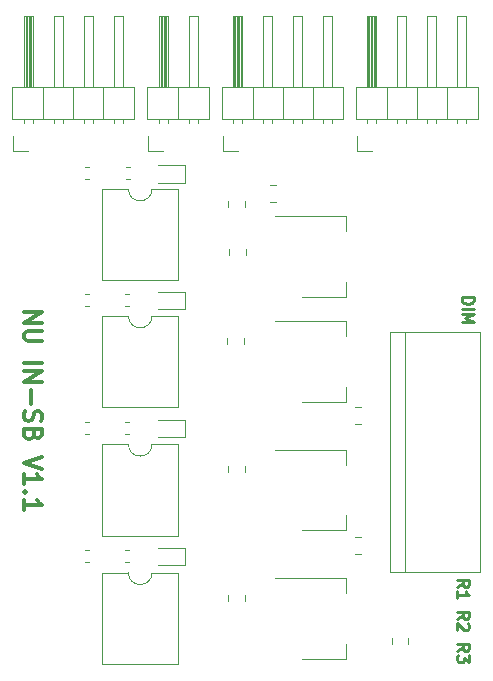
<source format=gto>
G04 #@! TF.GenerationSoftware,KiCad,Pcbnew,5.0.2-bee76a0~70~ubuntu18.04.1*
G04 #@! TF.CreationDate,2020-07-21T15:58:49+05:30*
G04 #@! TF.ProjectId,switch_board_v1.1,73776974-6368-45f6-926f-6172645f7631,rev?*
G04 #@! TF.SameCoordinates,Original*
G04 #@! TF.FileFunction,Legend,Top*
G04 #@! TF.FilePolarity,Positive*
%FSLAX46Y46*%
G04 Gerber Fmt 4.6, Leading zero omitted, Abs format (unit mm)*
G04 Created by KiCad (PCBNEW 5.0.2-bee76a0~70~ubuntu18.04.1) date Tue Jul 21 15:58:49 2020*
%MOMM*%
%LPD*%
G01*
G04 APERTURE LIST*
%ADD10C,0.300000*%
%ADD11C,0.250000*%
%ADD12C,0.120000*%
G04 APERTURE END LIST*
D10*
X91896428Y-81628571D02*
X93396428Y-81628571D01*
X91896428Y-82485714D01*
X93396428Y-82485714D01*
X93396428Y-83200000D02*
X92182142Y-83200000D01*
X92039285Y-83271428D01*
X91967857Y-83342857D01*
X91896428Y-83485714D01*
X91896428Y-83771428D01*
X91967857Y-83914285D01*
X92039285Y-83985714D01*
X92182142Y-84057142D01*
X93396428Y-84057142D01*
X91896428Y-85914285D02*
X93396428Y-85914285D01*
X91896428Y-86628571D02*
X93396428Y-86628571D01*
X91896428Y-87485714D01*
X93396428Y-87485714D01*
X92467857Y-88200000D02*
X92467857Y-89342857D01*
X91967857Y-89985714D02*
X91896428Y-90200000D01*
X91896428Y-90557142D01*
X91967857Y-90700000D01*
X92039285Y-90771428D01*
X92182142Y-90842857D01*
X92325000Y-90842857D01*
X92467857Y-90771428D01*
X92539285Y-90700000D01*
X92610714Y-90557142D01*
X92682142Y-90271428D01*
X92753571Y-90128571D01*
X92825000Y-90057142D01*
X92967857Y-89985714D01*
X93110714Y-89985714D01*
X93253571Y-90057142D01*
X93325000Y-90128571D01*
X93396428Y-90271428D01*
X93396428Y-90628571D01*
X93325000Y-90842857D01*
X92682142Y-91985714D02*
X92610714Y-92200000D01*
X92539285Y-92271428D01*
X92396428Y-92342857D01*
X92182142Y-92342857D01*
X92039285Y-92271428D01*
X91967857Y-92200000D01*
X91896428Y-92057142D01*
X91896428Y-91485714D01*
X93396428Y-91485714D01*
X93396428Y-91985714D01*
X93325000Y-92128571D01*
X93253571Y-92200000D01*
X93110714Y-92271428D01*
X92967857Y-92271428D01*
X92825000Y-92200000D01*
X92753571Y-92128571D01*
X92682142Y-91985714D01*
X92682142Y-91485714D01*
X93396428Y-93914285D02*
X91896428Y-94414285D01*
X93396428Y-94914285D01*
X91896428Y-96200000D02*
X91896428Y-95342857D01*
X91896428Y-95771428D02*
X93396428Y-95771428D01*
X93182142Y-95628571D01*
X93039285Y-95485714D01*
X92967857Y-95342857D01*
X92039285Y-96842857D02*
X91967857Y-96914285D01*
X91896428Y-96842857D01*
X91967857Y-96771428D01*
X92039285Y-96842857D01*
X91896428Y-96842857D01*
X91896428Y-98342857D02*
X91896428Y-97485714D01*
X91896428Y-97914285D02*
X93396428Y-97914285D01*
X93182142Y-97771428D01*
X93039285Y-97628571D01*
X92967857Y-97485714D01*
D11*
X128547619Y-104869047D02*
X129023809Y-104535714D01*
X128547619Y-104297619D02*
X129547619Y-104297619D01*
X129547619Y-104678571D01*
X129500000Y-104773809D01*
X129452380Y-104821428D01*
X129357142Y-104869047D01*
X129214285Y-104869047D01*
X129119047Y-104821428D01*
X129071428Y-104773809D01*
X129023809Y-104678571D01*
X129023809Y-104297619D01*
X128547619Y-105821428D02*
X128547619Y-105250000D01*
X128547619Y-105535714D02*
X129547619Y-105535714D01*
X129404761Y-105440476D01*
X129309523Y-105345238D01*
X129261904Y-105250000D01*
X128547619Y-107583333D02*
X129023809Y-107250000D01*
X128547619Y-107011904D02*
X129547619Y-107011904D01*
X129547619Y-107392857D01*
X129500000Y-107488095D01*
X129452380Y-107535714D01*
X129357142Y-107583333D01*
X129214285Y-107583333D01*
X129119047Y-107535714D01*
X129071428Y-107488095D01*
X129023809Y-107392857D01*
X129023809Y-107011904D01*
X129452380Y-107964285D02*
X129500000Y-108011904D01*
X129547619Y-108107142D01*
X129547619Y-108345238D01*
X129500000Y-108440476D01*
X129452380Y-108488095D01*
X129357142Y-108535714D01*
X129261904Y-108535714D01*
X129119047Y-108488095D01*
X128547619Y-107916666D01*
X128547619Y-108535714D01*
X128547619Y-110297619D02*
X129023809Y-109964285D01*
X128547619Y-109726190D02*
X129547619Y-109726190D01*
X129547619Y-110107142D01*
X129500000Y-110202380D01*
X129452380Y-110250000D01*
X129357142Y-110297619D01*
X129214285Y-110297619D01*
X129119047Y-110250000D01*
X129071428Y-110202380D01*
X129023809Y-110107142D01*
X129023809Y-109726190D01*
X129547619Y-110630952D02*
X129547619Y-111250000D01*
X129166666Y-110916666D01*
X129166666Y-111059523D01*
X129119047Y-111154761D01*
X129071428Y-111202380D01*
X128976190Y-111250000D01*
X128738095Y-111250000D01*
X128642857Y-111202380D01*
X128595238Y-111154761D01*
X128547619Y-111059523D01*
X128547619Y-110773809D01*
X128595238Y-110678571D01*
X128642857Y-110630952D01*
X128947619Y-80328571D02*
X129947619Y-80328571D01*
X129947619Y-80566666D01*
X129900000Y-80709523D01*
X129804761Y-80804761D01*
X129709523Y-80852380D01*
X129519047Y-80900000D01*
X129376190Y-80900000D01*
X129185714Y-80852380D01*
X129090476Y-80804761D01*
X128995238Y-80709523D01*
X128947619Y-80566666D01*
X128947619Y-80328571D01*
X128947619Y-81328571D02*
X129947619Y-81328571D01*
X128947619Y-81804761D02*
X129947619Y-81804761D01*
X129233333Y-82138095D01*
X129947619Y-82471428D01*
X128947619Y-82471428D01*
D12*
G04 #@! TO.C,D1*
X105470000Y-79865000D02*
X103185000Y-79865000D01*
X105470000Y-81335000D02*
X105470000Y-79865000D01*
X103185000Y-81335000D02*
X105470000Y-81335000D01*
G04 #@! TO.C,D2*
X119130000Y-89210000D02*
X119130000Y-87950000D01*
X119130000Y-82390000D02*
X119130000Y-83650000D01*
X115370000Y-89210000D02*
X119130000Y-89210000D01*
X113120000Y-82390000D02*
X119130000Y-82390000D01*
G04 #@! TO.C,D3*
X103185000Y-103035000D02*
X105470000Y-103035000D01*
X105470000Y-103035000D02*
X105470000Y-101565000D01*
X105470000Y-101565000D02*
X103185000Y-101565000D01*
G04 #@! TO.C,D4*
X119130000Y-110943332D02*
X119130000Y-109683332D01*
X119130000Y-104123332D02*
X119130000Y-105383332D01*
X115370000Y-110943332D02*
X119130000Y-110943332D01*
X113120000Y-104123332D02*
X119130000Y-104123332D01*
G04 #@! TO.C,D5*
X103185000Y-92205000D02*
X105470000Y-92205000D01*
X105470000Y-92205000D02*
X105470000Y-90735000D01*
X105470000Y-90735000D02*
X103185000Y-90735000D01*
G04 #@! TO.C,D6*
X113120000Y-93256666D02*
X119130000Y-93256666D01*
X115370000Y-100076666D02*
X119130000Y-100076666D01*
X119130000Y-93256666D02*
X119130000Y-94516666D01*
X119130000Y-100076666D02*
X119130000Y-98816666D01*
G04 #@! TO.C,D7*
X105530000Y-69165000D02*
X103245000Y-69165000D01*
X105530000Y-70635000D02*
X105530000Y-69165000D01*
X103245000Y-70635000D02*
X105530000Y-70635000D01*
G04 #@! TO.C,D8*
X113120000Y-73510000D02*
X119130000Y-73510000D01*
X115370000Y-80330000D02*
X119130000Y-80330000D01*
X119130000Y-73510000D02*
X119130000Y-74770000D01*
X119130000Y-80330000D02*
X119130000Y-79070000D01*
G04 #@! TO.C,J1*
X108620000Y-65235000D02*
X118900000Y-65235000D01*
X118900000Y-65235000D02*
X118900000Y-62575000D01*
X118900000Y-62575000D02*
X108620000Y-62575000D01*
X108620000Y-62575000D02*
X108620000Y-65235000D01*
X109570000Y-62575000D02*
X109570000Y-56575000D01*
X109570000Y-56575000D02*
X110330000Y-56575000D01*
X110330000Y-56575000D02*
X110330000Y-62575000D01*
X109630000Y-62575000D02*
X109630000Y-56575000D01*
X109750000Y-62575000D02*
X109750000Y-56575000D01*
X109870000Y-62575000D02*
X109870000Y-56575000D01*
X109990000Y-62575000D02*
X109990000Y-56575000D01*
X110110000Y-62575000D02*
X110110000Y-56575000D01*
X110230000Y-62575000D02*
X110230000Y-56575000D01*
X109570000Y-65565000D02*
X109570000Y-65235000D01*
X110330000Y-65565000D02*
X110330000Y-65235000D01*
X111220000Y-65235000D02*
X111220000Y-62575000D01*
X112110000Y-62575000D02*
X112110000Y-56575000D01*
X112110000Y-56575000D02*
X112870000Y-56575000D01*
X112870000Y-56575000D02*
X112870000Y-62575000D01*
X112110000Y-65632071D02*
X112110000Y-65235000D01*
X112870000Y-65632071D02*
X112870000Y-65235000D01*
X113760000Y-65235000D02*
X113760000Y-62575000D01*
X114650000Y-62575000D02*
X114650000Y-56575000D01*
X114650000Y-56575000D02*
X115410000Y-56575000D01*
X115410000Y-56575000D02*
X115410000Y-62575000D01*
X114650000Y-65632071D02*
X114650000Y-65235000D01*
X115410000Y-65632071D02*
X115410000Y-65235000D01*
X116300000Y-65235000D02*
X116300000Y-62575000D01*
X117190000Y-62575000D02*
X117190000Y-56575000D01*
X117190000Y-56575000D02*
X117950000Y-56575000D01*
X117950000Y-56575000D02*
X117950000Y-62575000D01*
X117190000Y-65632071D02*
X117190000Y-65235000D01*
X117950000Y-65632071D02*
X117950000Y-65235000D01*
X109950000Y-67945000D02*
X108680000Y-67945000D01*
X108680000Y-67945000D02*
X108680000Y-66675000D01*
G04 #@! TO.C,J2*
X102320000Y-65235000D02*
X107520000Y-65235000D01*
X107520000Y-65235000D02*
X107520000Y-62575000D01*
X107520000Y-62575000D02*
X102320000Y-62575000D01*
X102320000Y-62575000D02*
X102320000Y-65235000D01*
X103270000Y-62575000D02*
X103270000Y-56575000D01*
X103270000Y-56575000D02*
X104030000Y-56575000D01*
X104030000Y-56575000D02*
X104030000Y-62575000D01*
X103330000Y-62575000D02*
X103330000Y-56575000D01*
X103450000Y-62575000D02*
X103450000Y-56575000D01*
X103570000Y-62575000D02*
X103570000Y-56575000D01*
X103690000Y-62575000D02*
X103690000Y-56575000D01*
X103810000Y-62575000D02*
X103810000Y-56575000D01*
X103930000Y-62575000D02*
X103930000Y-56575000D01*
X103270000Y-65565000D02*
X103270000Y-65235000D01*
X104030000Y-65565000D02*
X104030000Y-65235000D01*
X104920000Y-65235000D02*
X104920000Y-62575000D01*
X105810000Y-62575000D02*
X105810000Y-56575000D01*
X105810000Y-56575000D02*
X106570000Y-56575000D01*
X106570000Y-56575000D02*
X106570000Y-62575000D01*
X105810000Y-65632071D02*
X105810000Y-65235000D01*
X106570000Y-65632071D02*
X106570000Y-65235000D01*
X103650000Y-67945000D02*
X102380000Y-67945000D01*
X102380000Y-67945000D02*
X102380000Y-66675000D01*
G04 #@! TO.C,J4*
X90955000Y-67945000D02*
X90955000Y-66675000D01*
X92225000Y-67945000D02*
X90955000Y-67945000D01*
X100225000Y-65632071D02*
X100225000Y-65235000D01*
X99465000Y-65632071D02*
X99465000Y-65235000D01*
X100225000Y-56575000D02*
X100225000Y-62575000D01*
X99465000Y-56575000D02*
X100225000Y-56575000D01*
X99465000Y-62575000D02*
X99465000Y-56575000D01*
X98575000Y-65235000D02*
X98575000Y-62575000D01*
X97685000Y-65632071D02*
X97685000Y-65235000D01*
X96925000Y-65632071D02*
X96925000Y-65235000D01*
X97685000Y-56575000D02*
X97685000Y-62575000D01*
X96925000Y-56575000D02*
X97685000Y-56575000D01*
X96925000Y-62575000D02*
X96925000Y-56575000D01*
X96035000Y-65235000D02*
X96035000Y-62575000D01*
X95145000Y-65632071D02*
X95145000Y-65235000D01*
X94385000Y-65632071D02*
X94385000Y-65235000D01*
X95145000Y-56575000D02*
X95145000Y-62575000D01*
X94385000Y-56575000D02*
X95145000Y-56575000D01*
X94385000Y-62575000D02*
X94385000Y-56575000D01*
X93495000Y-65235000D02*
X93495000Y-62575000D01*
X92605000Y-65565000D02*
X92605000Y-65235000D01*
X91845000Y-65565000D02*
X91845000Y-65235000D01*
X92505000Y-62575000D02*
X92505000Y-56575000D01*
X92385000Y-62575000D02*
X92385000Y-56575000D01*
X92265000Y-62575000D02*
X92265000Y-56575000D01*
X92145000Y-62575000D02*
X92145000Y-56575000D01*
X92025000Y-62575000D02*
X92025000Y-56575000D01*
X91905000Y-62575000D02*
X91905000Y-56575000D01*
X92605000Y-56575000D02*
X92605000Y-62575000D01*
X91845000Y-56575000D02*
X92605000Y-56575000D01*
X91845000Y-62575000D02*
X91845000Y-56575000D01*
X90895000Y-62575000D02*
X90895000Y-65235000D01*
X101175000Y-62575000D02*
X90895000Y-62575000D01*
X101175000Y-65235000D02*
X101175000Y-62575000D01*
X90895000Y-65235000D02*
X101175000Y-65235000D01*
G04 #@! TO.C,J5*
X120055000Y-67945000D02*
X120055000Y-66675000D01*
X121325000Y-67945000D02*
X120055000Y-67945000D01*
X129325000Y-65632071D02*
X129325000Y-65235000D01*
X128565000Y-65632071D02*
X128565000Y-65235000D01*
X129325000Y-56575000D02*
X129325000Y-62575000D01*
X128565000Y-56575000D02*
X129325000Y-56575000D01*
X128565000Y-62575000D02*
X128565000Y-56575000D01*
X127675000Y-65235000D02*
X127675000Y-62575000D01*
X126785000Y-65632071D02*
X126785000Y-65235000D01*
X126025000Y-65632071D02*
X126025000Y-65235000D01*
X126785000Y-56575000D02*
X126785000Y-62575000D01*
X126025000Y-56575000D02*
X126785000Y-56575000D01*
X126025000Y-62575000D02*
X126025000Y-56575000D01*
X125135000Y-65235000D02*
X125135000Y-62575000D01*
X124245000Y-65632071D02*
X124245000Y-65235000D01*
X123485000Y-65632071D02*
X123485000Y-65235000D01*
X124245000Y-56575000D02*
X124245000Y-62575000D01*
X123485000Y-56575000D02*
X124245000Y-56575000D01*
X123485000Y-62575000D02*
X123485000Y-56575000D01*
X122595000Y-65235000D02*
X122595000Y-62575000D01*
X121705000Y-65565000D02*
X121705000Y-65235000D01*
X120945000Y-65565000D02*
X120945000Y-65235000D01*
X121605000Y-62575000D02*
X121605000Y-56575000D01*
X121485000Y-62575000D02*
X121485000Y-56575000D01*
X121365000Y-62575000D02*
X121365000Y-56575000D01*
X121245000Y-62575000D02*
X121245000Y-56575000D01*
X121125000Y-62575000D02*
X121125000Y-56575000D01*
X121005000Y-62575000D02*
X121005000Y-56575000D01*
X121705000Y-56575000D02*
X121705000Y-62575000D01*
X120945000Y-56575000D02*
X121705000Y-56575000D01*
X120945000Y-62575000D02*
X120945000Y-56575000D01*
X119995000Y-62575000D02*
X119995000Y-65235000D01*
X130275000Y-62575000D02*
X119995000Y-62575000D01*
X130275000Y-65235000D02*
X130275000Y-62575000D01*
X119995000Y-65235000D02*
X130275000Y-65235000D01*
G04 #@! TO.C,R1*
X97385279Y-80090000D02*
X97059721Y-80090000D01*
X97385279Y-81110000D02*
X97059721Y-81110000D01*
G04 #@! TO.C,R2*
X100440971Y-80090000D02*
X100766529Y-80090000D01*
X100440971Y-81110000D02*
X100766529Y-81110000D01*
G04 #@! TO.C,R5*
X97385279Y-101750000D02*
X97059721Y-101750000D01*
X97385279Y-102770000D02*
X97059721Y-102770000D01*
G04 #@! TO.C,R6*
X100440971Y-101750000D02*
X100766529Y-101750000D01*
X100440971Y-102770000D02*
X100766529Y-102770000D01*
G04 #@! TO.C,R9*
X97385279Y-91940000D02*
X97059721Y-91940000D01*
X97385279Y-90920000D02*
X97059721Y-90920000D01*
G04 #@! TO.C,R10*
X100440971Y-91940000D02*
X100766529Y-91940000D01*
X100440971Y-90920000D02*
X100766529Y-90920000D01*
G04 #@! TO.C,R13*
X97385279Y-69350000D02*
X97059721Y-69350000D01*
X97385279Y-70370000D02*
X97059721Y-70370000D01*
G04 #@! TO.C,R14*
X100500971Y-69350000D02*
X100826529Y-69350000D01*
X100500971Y-70370000D02*
X100826529Y-70370000D01*
G04 #@! TO.C,U1*
X104945000Y-81930000D02*
X102710000Y-81930000D01*
X104945000Y-89670000D02*
X104945000Y-81930000D01*
X98475000Y-89670000D02*
X104945000Y-89670000D01*
X98475000Y-81930000D02*
X98475000Y-89670000D01*
X100710000Y-81930000D02*
X98475000Y-81930000D01*
X102710000Y-81930000D02*
G75*
G02X100710000Y-81930000I-1000000J0D01*
G01*
G04 #@! TO.C,U2*
X104945000Y-103663332D02*
X102710000Y-103663332D01*
X104945000Y-111403332D02*
X104945000Y-103663332D01*
X98475000Y-111403332D02*
X104945000Y-111403332D01*
X98475000Y-103663332D02*
X98475000Y-111403332D01*
X100710000Y-103663332D02*
X98475000Y-103663332D01*
X102710000Y-103663332D02*
G75*
G02X100710000Y-103663332I-1000000J0D01*
G01*
G04 #@! TO.C,U3*
X102710000Y-92796666D02*
G75*
G02X100710000Y-92796666I-1000000J0D01*
G01*
X100710000Y-92796666D02*
X98475000Y-92796666D01*
X98475000Y-92796666D02*
X98475000Y-100536666D01*
X98475000Y-100536666D02*
X104945000Y-100536666D01*
X104945000Y-100536666D02*
X104945000Y-92796666D01*
X104945000Y-92796666D02*
X102710000Y-92796666D01*
G04 #@! TO.C,U4*
X102710000Y-71180000D02*
G75*
G02X100710000Y-71180000I-1000000J0D01*
G01*
X100710000Y-71180000D02*
X98475000Y-71180000D01*
X98475000Y-71180000D02*
X98475000Y-78920000D01*
X98475000Y-78920000D02*
X104945000Y-78920000D01*
X104945000Y-78920000D02*
X104945000Y-71180000D01*
X104945000Y-71180000D02*
X102710000Y-71180000D01*
G04 #@! TO.C,J3*
X130510000Y-83280000D02*
X122890000Y-83280000D01*
X122890000Y-103600000D02*
X130510000Y-103600000D01*
X124160000Y-103600000D02*
X124160000Y-83280000D01*
X130510000Y-83280000D02*
X130510000Y-103600000D01*
X122890000Y-83280000D02*
X122890000Y-103600000D01*
G04 #@! TO.C,R3*
X120401078Y-91070000D02*
X119883922Y-91070000D01*
X120401078Y-89650000D02*
X119883922Y-89650000D01*
G04 #@! TO.C,R4*
X110510000Y-84278578D02*
X110510000Y-83761422D01*
X109090000Y-84278578D02*
X109090000Y-83761422D01*
G04 #@! TO.C,R7*
X124410000Y-109178922D02*
X124410000Y-109696078D01*
X122990000Y-109178922D02*
X122990000Y-109696078D01*
G04 #@! TO.C,R8*
X110560000Y-106036078D02*
X110560000Y-105518922D01*
X109140000Y-106036078D02*
X109140000Y-105518922D01*
G04 #@! TO.C,R11*
X120398578Y-102090000D02*
X119881422Y-102090000D01*
X120398578Y-100670000D02*
X119881422Y-100670000D01*
G04 #@! TO.C,R12*
X110550000Y-95178578D02*
X110550000Y-94661422D01*
X109130000Y-95178578D02*
X109130000Y-94661422D01*
G04 #@! TO.C,C1*
X112678922Y-70840000D02*
X113196078Y-70840000D01*
X112678922Y-72260000D02*
X113196078Y-72260000D01*
G04 #@! TO.C,R15*
X110550000Y-72213922D02*
X110550000Y-72731078D01*
X109130000Y-72213922D02*
X109130000Y-72731078D01*
G04 #@! TO.C,R16*
X109240000Y-76228922D02*
X109240000Y-76746078D01*
X110660000Y-76228922D02*
X110660000Y-76746078D01*
G04 #@! TD*
M02*

</source>
